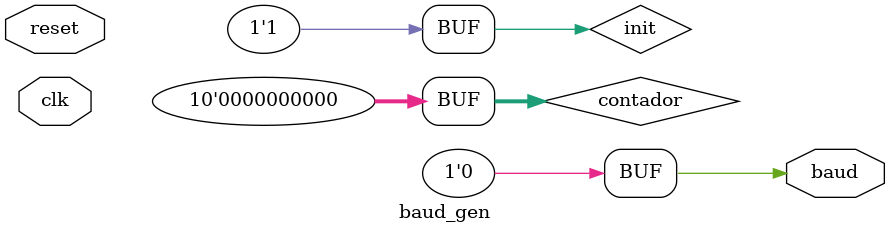
<source format=v>
`timescale 1ns / 1ps
module baud_gen
#(
	parameter BAUD_RATE=9600,
	parameter CLOCK=50000000
)
(
	input clk,
	input reset,
	output reg baud
);
	 
localparam CONTADOR_ESPERA=CLOCK/(BAUD_RATE*16*2);//medio ciclo de espera

reg [9:0] contador;
reg init = 1;

always @(posedge clk)
begin
	if(reset)
	begin
		baud<=1'd0;
		contador<=10'd0;
	end
	else
	begin	
		if(contador==CONTADOR_ESPERA)
		begin
			baud<=~baud;
			contador<=10'd0;
		end
		else
			contador<=contador+1'b1;
	end
	
end

always@(init)
begin
	if(init == 1)
	begin
		baud<=1'd0;
		contador<=10'd0;
	end
end


endmodule
</source>
